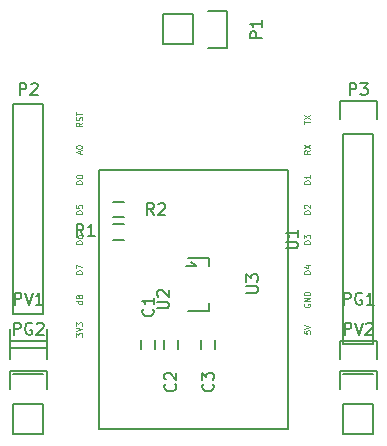
<source format=gbr>
G04 #@! TF.FileFunction,Legend,Top*
%FSLAX46Y46*%
G04 Gerber Fmt 4.6, Leading zero omitted, Abs format (unit mm)*
G04 Created by KiCad (PCBNEW 4.0.4+e1-6308~48~ubuntu16.04.1-stable) date Wed Dec 14 21:01:21 2016*
%MOMM*%
%LPD*%
G01*
G04 APERTURE LIST*
%ADD10C,0.100000*%
%ADD11C,0.150000*%
G04 APERTURE END LIST*
D10*
D11*
X96460000Y-150480000D02*
X96460000Y-149780000D01*
X97660000Y-149780000D02*
X97660000Y-150480000D01*
X98365000Y-150480000D02*
X98365000Y-149780000D01*
X99565000Y-149780000D02*
X99565000Y-150480000D01*
X101540000Y-150480000D02*
X101540000Y-149780000D01*
X102740000Y-149780000D02*
X102740000Y-150480000D01*
X100870000Y-124730000D02*
X98330000Y-124730000D01*
X103690000Y-125010000D02*
X102140000Y-125010000D01*
X100870000Y-124730000D02*
X100870000Y-122190000D01*
X102140000Y-121910000D02*
X103690000Y-121910000D01*
X103690000Y-121910000D02*
X103690000Y-125010000D01*
X100870000Y-122190000D02*
X98330000Y-122190000D01*
X98330000Y-122190000D02*
X98330000Y-124730000D01*
X95020000Y-141280000D02*
X94020000Y-141280000D01*
X94020000Y-139930000D02*
X95020000Y-139930000D01*
X95020000Y-139375000D02*
X94020000Y-139375000D01*
X94020000Y-138025000D02*
X95020000Y-138025000D01*
X116110000Y-132350000D02*
X116110000Y-150130000D01*
X116110000Y-150130000D02*
X113570000Y-150130000D01*
X113570000Y-150130000D02*
X113570000Y-132350000D01*
X116390000Y-129530000D02*
X116390000Y-131080000D01*
X116110000Y-132350000D02*
X113570000Y-132350000D01*
X113290000Y-131080000D02*
X113290000Y-129530000D01*
X113290000Y-129530000D02*
X116390000Y-129530000D01*
X85630000Y-147590000D02*
X85630000Y-129810000D01*
X85630000Y-129810000D02*
X88170000Y-129810000D01*
X88170000Y-129810000D02*
X88170000Y-147590000D01*
X85350000Y-150410000D02*
X85350000Y-148860000D01*
X85630000Y-147590000D02*
X88170000Y-147590000D01*
X88450000Y-148860000D02*
X88450000Y-150410000D01*
X88450000Y-150410000D02*
X85350000Y-150410000D01*
X108870000Y-135320000D02*
X92870000Y-135320000D01*
X92870000Y-135320000D02*
X92870000Y-157320000D01*
X92870000Y-157320000D02*
X108870000Y-157320000D01*
X108870000Y-157320000D02*
X108870000Y-135320000D01*
X100669340Y-143150080D02*
X100969060Y-143399000D01*
X100969060Y-143399000D02*
X101118920Y-143500600D01*
X101118920Y-143500600D02*
X100270560Y-143500600D01*
X102170480Y-142799560D02*
X100369620Y-142799560D01*
X102170480Y-142799560D02*
X102170480Y-143449800D01*
X102170480Y-147300440D02*
X100369620Y-147300440D01*
X102170480Y-147300440D02*
X102170480Y-146650200D01*
X116390000Y-149850000D02*
X116390000Y-151400000D01*
X113290000Y-151400000D02*
X113290000Y-149850000D01*
X113290000Y-149850000D02*
X116390000Y-149850000D01*
X113570000Y-152670000D02*
X116110000Y-152670000D01*
X88170000Y-155210000D02*
X88170000Y-157750000D01*
X88450000Y-152390000D02*
X88450000Y-153940000D01*
X88170000Y-155210000D02*
X85630000Y-155210000D01*
X85350000Y-153940000D02*
X85350000Y-152390000D01*
X85350000Y-152390000D02*
X88450000Y-152390000D01*
X85630000Y-155210000D02*
X85630000Y-157750000D01*
X85630000Y-157750000D02*
X88170000Y-157750000D01*
X88450000Y-149850000D02*
X88450000Y-151400000D01*
X85350000Y-151400000D02*
X85350000Y-149850000D01*
X85350000Y-149850000D02*
X88450000Y-149850000D01*
X85630000Y-152670000D02*
X88170000Y-152670000D01*
X116110000Y-155210000D02*
X116110000Y-157750000D01*
X116390000Y-152390000D02*
X116390000Y-153940000D01*
X116110000Y-155210000D02*
X113570000Y-155210000D01*
X113290000Y-153940000D02*
X113290000Y-152390000D01*
X113290000Y-152390000D02*
X116390000Y-152390000D01*
X113570000Y-155210000D02*
X113570000Y-157750000D01*
X113570000Y-157750000D02*
X116110000Y-157750000D01*
X108704381Y-142001905D02*
X109513905Y-142001905D01*
X109609143Y-141954286D01*
X109656762Y-141906667D01*
X109704381Y-141811429D01*
X109704381Y-141620952D01*
X109656762Y-141525714D01*
X109609143Y-141478095D01*
X109513905Y-141430476D01*
X108704381Y-141430476D01*
X109704381Y-140430476D02*
X109704381Y-141001905D01*
X109704381Y-140716191D02*
X108704381Y-140716191D01*
X108847238Y-140811429D01*
X108942476Y-140906667D01*
X108990095Y-141001905D01*
D10*
X110248190Y-148955237D02*
X110248190Y-149193332D01*
X110486286Y-149217142D01*
X110462476Y-149193332D01*
X110438667Y-149145713D01*
X110438667Y-149026666D01*
X110462476Y-148979047D01*
X110486286Y-148955237D01*
X110533905Y-148931428D01*
X110652952Y-148931428D01*
X110700571Y-148955237D01*
X110724381Y-148979047D01*
X110748190Y-149026666D01*
X110748190Y-149145713D01*
X110724381Y-149193332D01*
X110700571Y-149217142D01*
X110248190Y-148788571D02*
X110748190Y-148621904D01*
X110248190Y-148455238D01*
X110272000Y-146700953D02*
X110248190Y-146748572D01*
X110248190Y-146820000D01*
X110272000Y-146891429D01*
X110319619Y-146939048D01*
X110367238Y-146962857D01*
X110462476Y-146986667D01*
X110533905Y-146986667D01*
X110629143Y-146962857D01*
X110676762Y-146939048D01*
X110724381Y-146891429D01*
X110748190Y-146820000D01*
X110748190Y-146772381D01*
X110724381Y-146700953D01*
X110700571Y-146677143D01*
X110533905Y-146677143D01*
X110533905Y-146772381D01*
X110748190Y-146462857D02*
X110248190Y-146462857D01*
X110748190Y-146177143D01*
X110248190Y-146177143D01*
X110748190Y-145939047D02*
X110248190Y-145939047D01*
X110248190Y-145820000D01*
X110272000Y-145748571D01*
X110319619Y-145700952D01*
X110367238Y-145677143D01*
X110462476Y-145653333D01*
X110533905Y-145653333D01*
X110629143Y-145677143D01*
X110676762Y-145700952D01*
X110724381Y-145748571D01*
X110748190Y-145820000D01*
X110748190Y-145939047D01*
X110748190Y-144149047D02*
X110248190Y-144149047D01*
X110248190Y-144030000D01*
X110272000Y-143958571D01*
X110319619Y-143910952D01*
X110367238Y-143887143D01*
X110462476Y-143863333D01*
X110533905Y-143863333D01*
X110629143Y-143887143D01*
X110676762Y-143910952D01*
X110724381Y-143958571D01*
X110748190Y-144030000D01*
X110748190Y-144149047D01*
X110414857Y-143434762D02*
X110748190Y-143434762D01*
X110224381Y-143553809D02*
X110581524Y-143672857D01*
X110581524Y-143363333D01*
X110748190Y-141609047D02*
X110248190Y-141609047D01*
X110248190Y-141490000D01*
X110272000Y-141418571D01*
X110319619Y-141370952D01*
X110367238Y-141347143D01*
X110462476Y-141323333D01*
X110533905Y-141323333D01*
X110629143Y-141347143D01*
X110676762Y-141370952D01*
X110724381Y-141418571D01*
X110748190Y-141490000D01*
X110748190Y-141609047D01*
X110248190Y-141156666D02*
X110248190Y-140847143D01*
X110438667Y-141013809D01*
X110438667Y-140942381D01*
X110462476Y-140894762D01*
X110486286Y-140870952D01*
X110533905Y-140847143D01*
X110652952Y-140847143D01*
X110700571Y-140870952D01*
X110724381Y-140894762D01*
X110748190Y-140942381D01*
X110748190Y-141085238D01*
X110724381Y-141132857D01*
X110700571Y-141156666D01*
X110748190Y-139069047D02*
X110248190Y-139069047D01*
X110248190Y-138950000D01*
X110272000Y-138878571D01*
X110319619Y-138830952D01*
X110367238Y-138807143D01*
X110462476Y-138783333D01*
X110533905Y-138783333D01*
X110629143Y-138807143D01*
X110676762Y-138830952D01*
X110724381Y-138878571D01*
X110748190Y-138950000D01*
X110748190Y-139069047D01*
X110295810Y-138592857D02*
X110272000Y-138569047D01*
X110248190Y-138521428D01*
X110248190Y-138402381D01*
X110272000Y-138354762D01*
X110295810Y-138330952D01*
X110343429Y-138307143D01*
X110391048Y-138307143D01*
X110462476Y-138330952D01*
X110748190Y-138616666D01*
X110748190Y-138307143D01*
X110748190Y-136529047D02*
X110248190Y-136529047D01*
X110248190Y-136410000D01*
X110272000Y-136338571D01*
X110319619Y-136290952D01*
X110367238Y-136267143D01*
X110462476Y-136243333D01*
X110533905Y-136243333D01*
X110629143Y-136267143D01*
X110676762Y-136290952D01*
X110724381Y-136338571D01*
X110748190Y-136410000D01*
X110748190Y-136529047D01*
X110748190Y-135767143D02*
X110748190Y-136052857D01*
X110748190Y-135910000D02*
X110248190Y-135910000D01*
X110319619Y-135957619D01*
X110367238Y-136005238D01*
X110391048Y-136052857D01*
X110748190Y-133703333D02*
X110510095Y-133870000D01*
X110748190Y-133989047D02*
X110248190Y-133989047D01*
X110248190Y-133798571D01*
X110272000Y-133750952D01*
X110295810Y-133727143D01*
X110343429Y-133703333D01*
X110414857Y-133703333D01*
X110462476Y-133727143D01*
X110486286Y-133750952D01*
X110510095Y-133798571D01*
X110510095Y-133989047D01*
X110248190Y-133536666D02*
X110748190Y-133203333D01*
X110248190Y-133203333D02*
X110748190Y-133536666D01*
X110248190Y-131460952D02*
X110248190Y-131175238D01*
X110748190Y-131318095D02*
X110248190Y-131318095D01*
X110248190Y-131056190D02*
X110748190Y-130722857D01*
X110248190Y-130722857D02*
X110748190Y-131056190D01*
X90944190Y-149479046D02*
X90944190Y-149169523D01*
X91134667Y-149336189D01*
X91134667Y-149264761D01*
X91158476Y-149217142D01*
X91182286Y-149193332D01*
X91229905Y-149169523D01*
X91348952Y-149169523D01*
X91396571Y-149193332D01*
X91420381Y-149217142D01*
X91444190Y-149264761D01*
X91444190Y-149407618D01*
X91420381Y-149455237D01*
X91396571Y-149479046D01*
X90944190Y-149026666D02*
X91444190Y-148859999D01*
X90944190Y-148693333D01*
X90944190Y-148574285D02*
X90944190Y-148264762D01*
X91134667Y-148431428D01*
X91134667Y-148360000D01*
X91158476Y-148312381D01*
X91182286Y-148288571D01*
X91229905Y-148264762D01*
X91348952Y-148264762D01*
X91396571Y-148288571D01*
X91420381Y-148312381D01*
X91444190Y-148360000D01*
X91444190Y-148502857D01*
X91420381Y-148550476D01*
X91396571Y-148574285D01*
X91444190Y-146450952D02*
X90944190Y-146450952D01*
X91420381Y-146450952D02*
X91444190Y-146498571D01*
X91444190Y-146593809D01*
X91420381Y-146641428D01*
X91396571Y-146665237D01*
X91348952Y-146689047D01*
X91206095Y-146689047D01*
X91158476Y-146665237D01*
X91134667Y-146641428D01*
X91110857Y-146593809D01*
X91110857Y-146498571D01*
X91134667Y-146450952D01*
X91158476Y-146141428D02*
X91134667Y-146189047D01*
X91110857Y-146212856D01*
X91063238Y-146236666D01*
X91039429Y-146236666D01*
X90991810Y-146212856D01*
X90968000Y-146189047D01*
X90944190Y-146141428D01*
X90944190Y-146046190D01*
X90968000Y-145998571D01*
X90991810Y-145974761D01*
X91039429Y-145950952D01*
X91063238Y-145950952D01*
X91110857Y-145974761D01*
X91134667Y-145998571D01*
X91158476Y-146046190D01*
X91158476Y-146141428D01*
X91182286Y-146189047D01*
X91206095Y-146212856D01*
X91253714Y-146236666D01*
X91348952Y-146236666D01*
X91396571Y-146212856D01*
X91420381Y-146189047D01*
X91444190Y-146141428D01*
X91444190Y-146046190D01*
X91420381Y-145998571D01*
X91396571Y-145974761D01*
X91348952Y-145950952D01*
X91253714Y-145950952D01*
X91206095Y-145974761D01*
X91182286Y-145998571D01*
X91158476Y-146046190D01*
X91444190Y-144149047D02*
X90944190Y-144149047D01*
X90944190Y-144030000D01*
X90968000Y-143958571D01*
X91015619Y-143910952D01*
X91063238Y-143887143D01*
X91158476Y-143863333D01*
X91229905Y-143863333D01*
X91325143Y-143887143D01*
X91372762Y-143910952D01*
X91420381Y-143958571D01*
X91444190Y-144030000D01*
X91444190Y-144149047D01*
X90944190Y-143696666D02*
X90944190Y-143363333D01*
X91444190Y-143577619D01*
X91444190Y-141609047D02*
X90944190Y-141609047D01*
X90944190Y-141490000D01*
X90968000Y-141418571D01*
X91015619Y-141370952D01*
X91063238Y-141347143D01*
X91158476Y-141323333D01*
X91229905Y-141323333D01*
X91325143Y-141347143D01*
X91372762Y-141370952D01*
X91420381Y-141418571D01*
X91444190Y-141490000D01*
X91444190Y-141609047D01*
X90944190Y-140894762D02*
X90944190Y-140990000D01*
X90968000Y-141037619D01*
X90991810Y-141061428D01*
X91063238Y-141109047D01*
X91158476Y-141132857D01*
X91348952Y-141132857D01*
X91396571Y-141109047D01*
X91420381Y-141085238D01*
X91444190Y-141037619D01*
X91444190Y-140942381D01*
X91420381Y-140894762D01*
X91396571Y-140870952D01*
X91348952Y-140847143D01*
X91229905Y-140847143D01*
X91182286Y-140870952D01*
X91158476Y-140894762D01*
X91134667Y-140942381D01*
X91134667Y-141037619D01*
X91158476Y-141085238D01*
X91182286Y-141109047D01*
X91229905Y-141132857D01*
X91444190Y-139069047D02*
X90944190Y-139069047D01*
X90944190Y-138950000D01*
X90968000Y-138878571D01*
X91015619Y-138830952D01*
X91063238Y-138807143D01*
X91158476Y-138783333D01*
X91229905Y-138783333D01*
X91325143Y-138807143D01*
X91372762Y-138830952D01*
X91420381Y-138878571D01*
X91444190Y-138950000D01*
X91444190Y-139069047D01*
X90944190Y-138330952D02*
X90944190Y-138569047D01*
X91182286Y-138592857D01*
X91158476Y-138569047D01*
X91134667Y-138521428D01*
X91134667Y-138402381D01*
X91158476Y-138354762D01*
X91182286Y-138330952D01*
X91229905Y-138307143D01*
X91348952Y-138307143D01*
X91396571Y-138330952D01*
X91420381Y-138354762D01*
X91444190Y-138402381D01*
X91444190Y-138521428D01*
X91420381Y-138569047D01*
X91396571Y-138592857D01*
X91444190Y-136529047D02*
X90944190Y-136529047D01*
X90944190Y-136410000D01*
X90968000Y-136338571D01*
X91015619Y-136290952D01*
X91063238Y-136267143D01*
X91158476Y-136243333D01*
X91229905Y-136243333D01*
X91325143Y-136267143D01*
X91372762Y-136290952D01*
X91420381Y-136338571D01*
X91444190Y-136410000D01*
X91444190Y-136529047D01*
X90944190Y-135933809D02*
X90944190Y-135886190D01*
X90968000Y-135838571D01*
X90991810Y-135814762D01*
X91039429Y-135790952D01*
X91134667Y-135767143D01*
X91253714Y-135767143D01*
X91348952Y-135790952D01*
X91396571Y-135814762D01*
X91420381Y-135838571D01*
X91444190Y-135886190D01*
X91444190Y-135933809D01*
X91420381Y-135981428D01*
X91396571Y-136005238D01*
X91348952Y-136029047D01*
X91253714Y-136052857D01*
X91134667Y-136052857D01*
X91039429Y-136029047D01*
X90991810Y-136005238D01*
X90968000Y-135981428D01*
X90944190Y-135933809D01*
X91301333Y-133977142D02*
X91301333Y-133739047D01*
X91444190Y-134024761D02*
X90944190Y-133858094D01*
X91444190Y-133691428D01*
X90944190Y-133429523D02*
X90944190Y-133381904D01*
X90968000Y-133334285D01*
X90991810Y-133310476D01*
X91039429Y-133286666D01*
X91134667Y-133262857D01*
X91253714Y-133262857D01*
X91348952Y-133286666D01*
X91396571Y-133310476D01*
X91420381Y-133334285D01*
X91444190Y-133381904D01*
X91444190Y-133429523D01*
X91420381Y-133477142D01*
X91396571Y-133500952D01*
X91348952Y-133524761D01*
X91253714Y-133548571D01*
X91134667Y-133548571D01*
X91039429Y-133524761D01*
X90991810Y-133500952D01*
X90968000Y-133477142D01*
X90944190Y-133429523D01*
X91444190Y-131353809D02*
X91206095Y-131520476D01*
X91444190Y-131639523D02*
X90944190Y-131639523D01*
X90944190Y-131449047D01*
X90968000Y-131401428D01*
X90991810Y-131377619D01*
X91039429Y-131353809D01*
X91110857Y-131353809D01*
X91158476Y-131377619D01*
X91182286Y-131401428D01*
X91206095Y-131449047D01*
X91206095Y-131639523D01*
X91420381Y-131163333D02*
X91444190Y-131091904D01*
X91444190Y-130972857D01*
X91420381Y-130925238D01*
X91396571Y-130901428D01*
X91348952Y-130877619D01*
X91301333Y-130877619D01*
X91253714Y-130901428D01*
X91229905Y-130925238D01*
X91206095Y-130972857D01*
X91182286Y-131068095D01*
X91158476Y-131115714D01*
X91134667Y-131139523D01*
X91087048Y-131163333D01*
X91039429Y-131163333D01*
X90991810Y-131139523D01*
X90968000Y-131115714D01*
X90944190Y-131068095D01*
X90944190Y-130949047D01*
X90968000Y-130877619D01*
X90944190Y-130734762D02*
X90944190Y-130449048D01*
X91444190Y-130591905D02*
X90944190Y-130591905D01*
D11*
X97417143Y-147121666D02*
X97464762Y-147169285D01*
X97512381Y-147312142D01*
X97512381Y-147407380D01*
X97464762Y-147550238D01*
X97369524Y-147645476D01*
X97274286Y-147693095D01*
X97083810Y-147740714D01*
X96940952Y-147740714D01*
X96750476Y-147693095D01*
X96655238Y-147645476D01*
X96560000Y-147550238D01*
X96512381Y-147407380D01*
X96512381Y-147312142D01*
X96560000Y-147169285D01*
X96607619Y-147121666D01*
X97512381Y-146169285D02*
X97512381Y-146740714D01*
X97512381Y-146455000D02*
X96512381Y-146455000D01*
X96655238Y-146550238D01*
X96750476Y-146645476D01*
X96798095Y-146740714D01*
X99322143Y-153471666D02*
X99369762Y-153519285D01*
X99417381Y-153662142D01*
X99417381Y-153757380D01*
X99369762Y-153900238D01*
X99274524Y-153995476D01*
X99179286Y-154043095D01*
X98988810Y-154090714D01*
X98845952Y-154090714D01*
X98655476Y-154043095D01*
X98560238Y-153995476D01*
X98465000Y-153900238D01*
X98417381Y-153757380D01*
X98417381Y-153662142D01*
X98465000Y-153519285D01*
X98512619Y-153471666D01*
X98512619Y-153090714D02*
X98465000Y-153043095D01*
X98417381Y-152947857D01*
X98417381Y-152709761D01*
X98465000Y-152614523D01*
X98512619Y-152566904D01*
X98607857Y-152519285D01*
X98703095Y-152519285D01*
X98845952Y-152566904D01*
X99417381Y-153138333D01*
X99417381Y-152519285D01*
X102497143Y-153471666D02*
X102544762Y-153519285D01*
X102592381Y-153662142D01*
X102592381Y-153757380D01*
X102544762Y-153900238D01*
X102449524Y-153995476D01*
X102354286Y-154043095D01*
X102163810Y-154090714D01*
X102020952Y-154090714D01*
X101830476Y-154043095D01*
X101735238Y-153995476D01*
X101640000Y-153900238D01*
X101592381Y-153757380D01*
X101592381Y-153662142D01*
X101640000Y-153519285D01*
X101687619Y-153471666D01*
X101592381Y-153138333D02*
X101592381Y-152519285D01*
X101973333Y-152852619D01*
X101973333Y-152709761D01*
X102020952Y-152614523D01*
X102068571Y-152566904D01*
X102163810Y-152519285D01*
X102401905Y-152519285D01*
X102497143Y-152566904D01*
X102544762Y-152614523D01*
X102592381Y-152709761D01*
X102592381Y-152995476D01*
X102544762Y-153090714D01*
X102497143Y-153138333D01*
X106656381Y-124198095D02*
X105656381Y-124198095D01*
X105656381Y-123817142D01*
X105704000Y-123721904D01*
X105751619Y-123674285D01*
X105846857Y-123626666D01*
X105989714Y-123626666D01*
X106084952Y-123674285D01*
X106132571Y-123721904D01*
X106180190Y-123817142D01*
X106180190Y-124198095D01*
X106656381Y-122674285D02*
X106656381Y-123245714D01*
X106656381Y-122960000D02*
X105656381Y-122960000D01*
X105799238Y-123055238D01*
X105894476Y-123150476D01*
X105942095Y-123245714D01*
X91559334Y-140930381D02*
X91226000Y-140454190D01*
X90987905Y-140930381D02*
X90987905Y-139930381D01*
X91368858Y-139930381D01*
X91464096Y-139978000D01*
X91511715Y-140025619D01*
X91559334Y-140120857D01*
X91559334Y-140263714D01*
X91511715Y-140358952D01*
X91464096Y-140406571D01*
X91368858Y-140454190D01*
X90987905Y-140454190D01*
X92511715Y-140930381D02*
X91940286Y-140930381D01*
X92226000Y-140930381D02*
X92226000Y-139930381D01*
X92130762Y-140073238D01*
X92035524Y-140168476D01*
X91940286Y-140216095D01*
X97528334Y-139152381D02*
X97195000Y-138676190D01*
X96956905Y-139152381D02*
X96956905Y-138152381D01*
X97337858Y-138152381D01*
X97433096Y-138200000D01*
X97480715Y-138247619D01*
X97528334Y-138342857D01*
X97528334Y-138485714D01*
X97480715Y-138580952D01*
X97433096Y-138628571D01*
X97337858Y-138676190D01*
X96956905Y-138676190D01*
X97909286Y-138247619D02*
X97956905Y-138200000D01*
X98052143Y-138152381D01*
X98290239Y-138152381D01*
X98385477Y-138200000D01*
X98433096Y-138247619D01*
X98480715Y-138342857D01*
X98480715Y-138438095D01*
X98433096Y-138580952D01*
X97861667Y-139152381D01*
X98480715Y-139152381D01*
X114101905Y-128992381D02*
X114101905Y-127992381D01*
X114482858Y-127992381D01*
X114578096Y-128040000D01*
X114625715Y-128087619D01*
X114673334Y-128182857D01*
X114673334Y-128325714D01*
X114625715Y-128420952D01*
X114578096Y-128468571D01*
X114482858Y-128516190D01*
X114101905Y-128516190D01*
X115006667Y-127992381D02*
X115625715Y-127992381D01*
X115292381Y-128373333D01*
X115435239Y-128373333D01*
X115530477Y-128420952D01*
X115578096Y-128468571D01*
X115625715Y-128563810D01*
X115625715Y-128801905D01*
X115578096Y-128897143D01*
X115530477Y-128944762D01*
X115435239Y-128992381D01*
X115149524Y-128992381D01*
X115054286Y-128944762D01*
X115006667Y-128897143D01*
X86161905Y-128992381D02*
X86161905Y-127992381D01*
X86542858Y-127992381D01*
X86638096Y-128040000D01*
X86685715Y-128087619D01*
X86733334Y-128182857D01*
X86733334Y-128325714D01*
X86685715Y-128420952D01*
X86638096Y-128468571D01*
X86542858Y-128516190D01*
X86161905Y-128516190D01*
X87114286Y-128087619D02*
X87161905Y-128040000D01*
X87257143Y-127992381D01*
X87495239Y-127992381D01*
X87590477Y-128040000D01*
X87638096Y-128087619D01*
X87685715Y-128182857D01*
X87685715Y-128278095D01*
X87638096Y-128420952D01*
X87066667Y-128992381D01*
X87685715Y-128992381D01*
X97782381Y-147081905D02*
X98591905Y-147081905D01*
X98687143Y-147034286D01*
X98734762Y-146986667D01*
X98782381Y-146891429D01*
X98782381Y-146700952D01*
X98734762Y-146605714D01*
X98687143Y-146558095D01*
X98591905Y-146510476D01*
X97782381Y-146510476D01*
X97877619Y-146081905D02*
X97830000Y-146034286D01*
X97782381Y-145939048D01*
X97782381Y-145700952D01*
X97830000Y-145605714D01*
X97877619Y-145558095D01*
X97972857Y-145510476D01*
X98068095Y-145510476D01*
X98210952Y-145558095D01*
X98782381Y-146129524D01*
X98782381Y-145510476D01*
X105323641Y-145761105D02*
X106133165Y-145761105D01*
X106228403Y-145713486D01*
X106276022Y-145665867D01*
X106323641Y-145570629D01*
X106323641Y-145380152D01*
X106276022Y-145284914D01*
X106228403Y-145237295D01*
X106133165Y-145189676D01*
X105323641Y-145189676D01*
X105323641Y-144808724D02*
X105323641Y-144189676D01*
X105704593Y-144523010D01*
X105704593Y-144380152D01*
X105752212Y-144284914D01*
X105799831Y-144237295D01*
X105895070Y-144189676D01*
X106133165Y-144189676D01*
X106228403Y-144237295D01*
X106276022Y-144284914D01*
X106323641Y-144380152D01*
X106323641Y-144665867D01*
X106276022Y-144761105D01*
X106228403Y-144808724D01*
X113601905Y-146752381D02*
X113601905Y-145752381D01*
X113982858Y-145752381D01*
X114078096Y-145800000D01*
X114125715Y-145847619D01*
X114173334Y-145942857D01*
X114173334Y-146085714D01*
X114125715Y-146180952D01*
X114078096Y-146228571D01*
X113982858Y-146276190D01*
X113601905Y-146276190D01*
X115125715Y-145800000D02*
X115030477Y-145752381D01*
X114887620Y-145752381D01*
X114744762Y-145800000D01*
X114649524Y-145895238D01*
X114601905Y-145990476D01*
X114554286Y-146180952D01*
X114554286Y-146323810D01*
X114601905Y-146514286D01*
X114649524Y-146609524D01*
X114744762Y-146704762D01*
X114887620Y-146752381D01*
X114982858Y-146752381D01*
X115125715Y-146704762D01*
X115173334Y-146657143D01*
X115173334Y-146323810D01*
X114982858Y-146323810D01*
X116125715Y-146752381D02*
X115554286Y-146752381D01*
X115840000Y-146752381D02*
X115840000Y-145752381D01*
X115744762Y-145895238D01*
X115649524Y-145990476D01*
X115554286Y-146038095D01*
X85661905Y-149292381D02*
X85661905Y-148292381D01*
X86042858Y-148292381D01*
X86138096Y-148340000D01*
X86185715Y-148387619D01*
X86233334Y-148482857D01*
X86233334Y-148625714D01*
X86185715Y-148720952D01*
X86138096Y-148768571D01*
X86042858Y-148816190D01*
X85661905Y-148816190D01*
X87185715Y-148340000D02*
X87090477Y-148292381D01*
X86947620Y-148292381D01*
X86804762Y-148340000D01*
X86709524Y-148435238D01*
X86661905Y-148530476D01*
X86614286Y-148720952D01*
X86614286Y-148863810D01*
X86661905Y-149054286D01*
X86709524Y-149149524D01*
X86804762Y-149244762D01*
X86947620Y-149292381D01*
X87042858Y-149292381D01*
X87185715Y-149244762D01*
X87233334Y-149197143D01*
X87233334Y-148863810D01*
X87042858Y-148863810D01*
X87614286Y-148387619D02*
X87661905Y-148340000D01*
X87757143Y-148292381D01*
X87995239Y-148292381D01*
X88090477Y-148340000D01*
X88138096Y-148387619D01*
X88185715Y-148482857D01*
X88185715Y-148578095D01*
X88138096Y-148720952D01*
X87566667Y-149292381D01*
X88185715Y-149292381D01*
X85733333Y-146752381D02*
X85733333Y-145752381D01*
X86114286Y-145752381D01*
X86209524Y-145800000D01*
X86257143Y-145847619D01*
X86304762Y-145942857D01*
X86304762Y-146085714D01*
X86257143Y-146180952D01*
X86209524Y-146228571D01*
X86114286Y-146276190D01*
X85733333Y-146276190D01*
X86590476Y-145752381D02*
X86923809Y-146752381D01*
X87257143Y-145752381D01*
X88114286Y-146752381D02*
X87542857Y-146752381D01*
X87828571Y-146752381D02*
X87828571Y-145752381D01*
X87733333Y-145895238D01*
X87638095Y-145990476D01*
X87542857Y-146038095D01*
X113673333Y-149292381D02*
X113673333Y-148292381D01*
X114054286Y-148292381D01*
X114149524Y-148340000D01*
X114197143Y-148387619D01*
X114244762Y-148482857D01*
X114244762Y-148625714D01*
X114197143Y-148720952D01*
X114149524Y-148768571D01*
X114054286Y-148816190D01*
X113673333Y-148816190D01*
X114530476Y-148292381D02*
X114863809Y-149292381D01*
X115197143Y-148292381D01*
X115482857Y-148387619D02*
X115530476Y-148340000D01*
X115625714Y-148292381D01*
X115863810Y-148292381D01*
X115959048Y-148340000D01*
X116006667Y-148387619D01*
X116054286Y-148482857D01*
X116054286Y-148578095D01*
X116006667Y-148720952D01*
X115435238Y-149292381D01*
X116054286Y-149292381D01*
M02*

</source>
